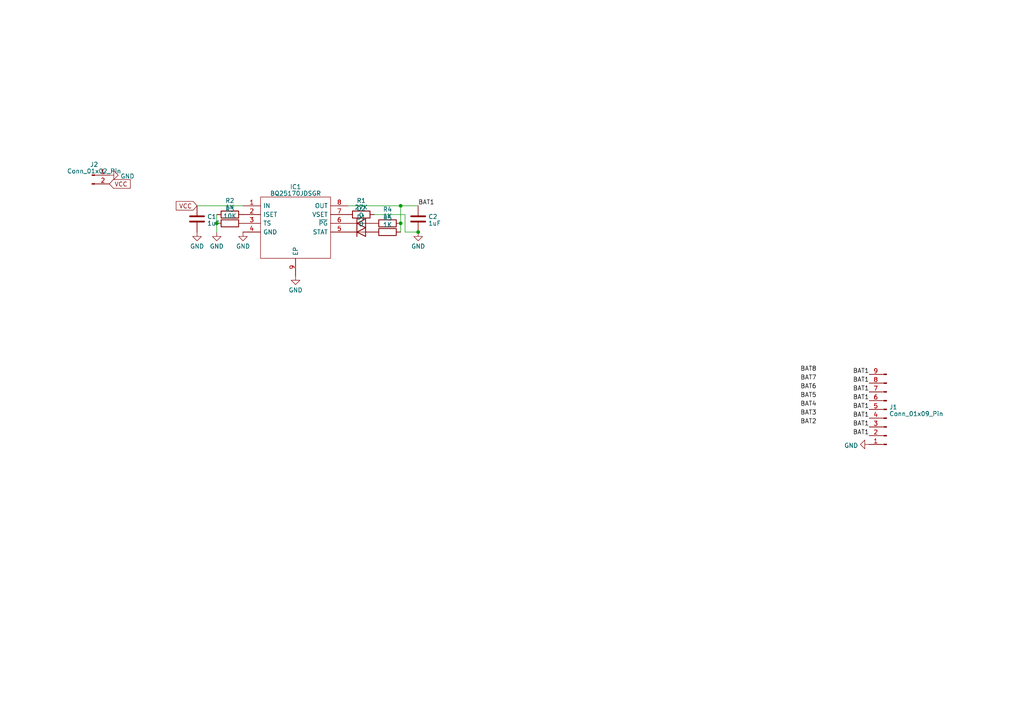
<source format=kicad_sch>
(kicad_sch (version 20230121) (generator eeschema)

  (uuid baef157d-f793-4c14-9aa6-65812a8a19fe)

  (paper "A4")

  (lib_symbols
    (symbol "Connector:Conn_01x02_Pin" (pin_names (offset 1.016) hide) (in_bom yes) (on_board yes)
      (property "Reference" "J" (at 0 2.54 0)
        (effects (font (size 1.27 1.27)))
      )
      (property "Value" "Conn_01x02_Pin" (at 0 -5.08 0)
        (effects (font (size 1.27 1.27)))
      )
      (property "Footprint" "" (at 0 0 0)
        (effects (font (size 1.27 1.27)) hide)
      )
      (property "Datasheet" "~" (at 0 0 0)
        (effects (font (size 1.27 1.27)) hide)
      )
      (property "ki_locked" "" (at 0 0 0)
        (effects (font (size 1.27 1.27)))
      )
      (property "ki_keywords" "connector" (at 0 0 0)
        (effects (font (size 1.27 1.27)) hide)
      )
      (property "ki_description" "Generic connector, single row, 01x02, script generated" (at 0 0 0)
        (effects (font (size 1.27 1.27)) hide)
      )
      (property "ki_fp_filters" "Connector*:*_1x??_*" (at 0 0 0)
        (effects (font (size 1.27 1.27)) hide)
      )
      (symbol "Conn_01x02_Pin_1_1"
        (polyline
          (pts
            (xy 1.27 -2.54)
            (xy 0.8636 -2.54)
          )
          (stroke (width 0.1524) (type default))
          (fill (type none))
        )
        (polyline
          (pts
            (xy 1.27 0)
            (xy 0.8636 0)
          )
          (stroke (width 0.1524) (type default))
          (fill (type none))
        )
        (rectangle (start 0.8636 -2.413) (end 0 -2.667)
          (stroke (width 0.1524) (type default))
          (fill (type outline))
        )
        (rectangle (start 0.8636 0.127) (end 0 -0.127)
          (stroke (width 0.1524) (type default))
          (fill (type outline))
        )
        (pin passive line (at 5.08 0 180) (length 3.81)
          (name "Pin_1" (effects (font (size 1.27 1.27))))
          (number "1" (effects (font (size 1.27 1.27))))
        )
        (pin passive line (at 5.08 -2.54 180) (length 3.81)
          (name "Pin_2" (effects (font (size 1.27 1.27))))
          (number "2" (effects (font (size 1.27 1.27))))
        )
      )
    )
    (symbol "Connector:Conn_01x09_Pin" (pin_names (offset 1.016) hide) (in_bom yes) (on_board yes)
      (property "Reference" "J" (at 0 12.7 0)
        (effects (font (size 1.27 1.27)))
      )
      (property "Value" "Conn_01x09_Pin" (at 0 -12.7 0)
        (effects (font (size 1.27 1.27)))
      )
      (property "Footprint" "" (at 0 0 0)
        (effects (font (size 1.27 1.27)) hide)
      )
      (property "Datasheet" "~" (at 0 0 0)
        (effects (font (size 1.27 1.27)) hide)
      )
      (property "ki_locked" "" (at 0 0 0)
        (effects (font (size 1.27 1.27)))
      )
      (property "ki_keywords" "connector" (at 0 0 0)
        (effects (font (size 1.27 1.27)) hide)
      )
      (property "ki_description" "Generic connector, single row, 01x09, script generated" (at 0 0 0)
        (effects (font (size 1.27 1.27)) hide)
      )
      (property "ki_fp_filters" "Connector*:*_1x??_*" (at 0 0 0)
        (effects (font (size 1.27 1.27)) hide)
      )
      (symbol "Conn_01x09_Pin_1_1"
        (polyline
          (pts
            (xy 1.27 -10.16)
            (xy 0.8636 -10.16)
          )
          (stroke (width 0.1524) (type default))
          (fill (type none))
        )
        (polyline
          (pts
            (xy 1.27 -7.62)
            (xy 0.8636 -7.62)
          )
          (stroke (width 0.1524) (type default))
          (fill (type none))
        )
        (polyline
          (pts
            (xy 1.27 -5.08)
            (xy 0.8636 -5.08)
          )
          (stroke (width 0.1524) (type default))
          (fill (type none))
        )
        (polyline
          (pts
            (xy 1.27 -2.54)
            (xy 0.8636 -2.54)
          )
          (stroke (width 0.1524) (type default))
          (fill (type none))
        )
        (polyline
          (pts
            (xy 1.27 0)
            (xy 0.8636 0)
          )
          (stroke (width 0.1524) (type default))
          (fill (type none))
        )
        (polyline
          (pts
            (xy 1.27 2.54)
            (xy 0.8636 2.54)
          )
          (stroke (width 0.1524) (type default))
          (fill (type none))
        )
        (polyline
          (pts
            (xy 1.27 5.08)
            (xy 0.8636 5.08)
          )
          (stroke (width 0.1524) (type default))
          (fill (type none))
        )
        (polyline
          (pts
            (xy 1.27 7.62)
            (xy 0.8636 7.62)
          )
          (stroke (width 0.1524) (type default))
          (fill (type none))
        )
        (polyline
          (pts
            (xy 1.27 10.16)
            (xy 0.8636 10.16)
          )
          (stroke (width 0.1524) (type default))
          (fill (type none))
        )
        (rectangle (start 0.8636 -10.033) (end 0 -10.287)
          (stroke (width 0.1524) (type default))
          (fill (type outline))
        )
        (rectangle (start 0.8636 -7.493) (end 0 -7.747)
          (stroke (width 0.1524) (type default))
          (fill (type outline))
        )
        (rectangle (start 0.8636 -4.953) (end 0 -5.207)
          (stroke (width 0.1524) (type default))
          (fill (type outline))
        )
        (rectangle (start 0.8636 -2.413) (end 0 -2.667)
          (stroke (width 0.1524) (type default))
          (fill (type outline))
        )
        (rectangle (start 0.8636 0.127) (end 0 -0.127)
          (stroke (width 0.1524) (type default))
          (fill (type outline))
        )
        (rectangle (start 0.8636 2.667) (end 0 2.413)
          (stroke (width 0.1524) (type default))
          (fill (type outline))
        )
        (rectangle (start 0.8636 5.207) (end 0 4.953)
          (stroke (width 0.1524) (type default))
          (fill (type outline))
        )
        (rectangle (start 0.8636 7.747) (end 0 7.493)
          (stroke (width 0.1524) (type default))
          (fill (type outline))
        )
        (rectangle (start 0.8636 10.287) (end 0 10.033)
          (stroke (width 0.1524) (type default))
          (fill (type outline))
        )
        (pin passive line (at 5.08 10.16 180) (length 3.81)
          (name "Pin_1" (effects (font (size 1.27 1.27))))
          (number "1" (effects (font (size 1.27 1.27))))
        )
        (pin passive line (at 5.08 7.62 180) (length 3.81)
          (name "Pin_2" (effects (font (size 1.27 1.27))))
          (number "2" (effects (font (size 1.27 1.27))))
        )
        (pin passive line (at 5.08 5.08 180) (length 3.81)
          (name "Pin_3" (effects (font (size 1.27 1.27))))
          (number "3" (effects (font (size 1.27 1.27))))
        )
        (pin passive line (at 5.08 2.54 180) (length 3.81)
          (name "Pin_4" (effects (font (size 1.27 1.27))))
          (number "4" (effects (font (size 1.27 1.27))))
        )
        (pin passive line (at 5.08 0 180) (length 3.81)
          (name "Pin_5" (effects (font (size 1.27 1.27))))
          (number "5" (effects (font (size 1.27 1.27))))
        )
        (pin passive line (at 5.08 -2.54 180) (length 3.81)
          (name "Pin_6" (effects (font (size 1.27 1.27))))
          (number "6" (effects (font (size 1.27 1.27))))
        )
        (pin passive line (at 5.08 -5.08 180) (length 3.81)
          (name "Pin_7" (effects (font (size 1.27 1.27))))
          (number "7" (effects (font (size 1.27 1.27))))
        )
        (pin passive line (at 5.08 -7.62 180) (length 3.81)
          (name "Pin_8" (effects (font (size 1.27 1.27))))
          (number "8" (effects (font (size 1.27 1.27))))
        )
        (pin passive line (at 5.08 -10.16 180) (length 3.81)
          (name "Pin_9" (effects (font (size 1.27 1.27))))
          (number "9" (effects (font (size 1.27 1.27))))
        )
      )
    )
    (symbol "Device:C" (pin_numbers hide) (pin_names (offset 0.254)) (in_bom yes) (on_board yes)
      (property "Reference" "C" (at 0.635 2.54 0)
        (effects (font (size 1.27 1.27)) (justify left))
      )
      (property "Value" "C" (at 0.635 -2.54 0)
        (effects (font (size 1.27 1.27)) (justify left))
      )
      (property "Footprint" "" (at 0.9652 -3.81 0)
        (effects (font (size 1.27 1.27)) hide)
      )
      (property "Datasheet" "~" (at 0 0 0)
        (effects (font (size 1.27 1.27)) hide)
      )
      (property "ki_keywords" "cap capacitor" (at 0 0 0)
        (effects (font (size 1.27 1.27)) hide)
      )
      (property "ki_description" "Unpolarized capacitor" (at 0 0 0)
        (effects (font (size 1.27 1.27)) hide)
      )
      (property "ki_fp_filters" "C_*" (at 0 0 0)
        (effects (font (size 1.27 1.27)) hide)
      )
      (symbol "C_0_1"
        (polyline
          (pts
            (xy -2.032 -0.762)
            (xy 2.032 -0.762)
          )
          (stroke (width 0.508) (type default))
          (fill (type none))
        )
        (polyline
          (pts
            (xy -2.032 0.762)
            (xy 2.032 0.762)
          )
          (stroke (width 0.508) (type default))
          (fill (type none))
        )
      )
      (symbol "C_1_1"
        (pin passive line (at 0 3.81 270) (length 2.794)
          (name "~" (effects (font (size 1.27 1.27))))
          (number "1" (effects (font (size 1.27 1.27))))
        )
        (pin passive line (at 0 -3.81 90) (length 2.794)
          (name "~" (effects (font (size 1.27 1.27))))
          (number "2" (effects (font (size 1.27 1.27))))
        )
      )
    )
    (symbol "Device:D" (pin_numbers hide) (pin_names (offset 1.016) hide) (in_bom yes) (on_board yes)
      (property "Reference" "D" (at 0 2.54 0)
        (effects (font (size 1.27 1.27)))
      )
      (property "Value" "D" (at 0 -2.54 0)
        (effects (font (size 1.27 1.27)))
      )
      (property "Footprint" "" (at 0 0 0)
        (effects (font (size 1.27 1.27)) hide)
      )
      (property "Datasheet" "~" (at 0 0 0)
        (effects (font (size 1.27 1.27)) hide)
      )
      (property "Sim.Device" "D" (at 0 0 0)
        (effects (font (size 1.27 1.27)) hide)
      )
      (property "Sim.Pins" "1=K 2=A" (at 0 0 0)
        (effects (font (size 1.27 1.27)) hide)
      )
      (property "ki_keywords" "diode" (at 0 0 0)
        (effects (font (size 1.27 1.27)) hide)
      )
      (property "ki_description" "Diode" (at 0 0 0)
        (effects (font (size 1.27 1.27)) hide)
      )
      (property "ki_fp_filters" "TO-???* *_Diode_* *SingleDiode* D_*" (at 0 0 0)
        (effects (font (size 1.27 1.27)) hide)
      )
      (symbol "D_0_1"
        (polyline
          (pts
            (xy -1.27 1.27)
            (xy -1.27 -1.27)
          )
          (stroke (width 0.254) (type default))
          (fill (type none))
        )
        (polyline
          (pts
            (xy 1.27 0)
            (xy -1.27 0)
          )
          (stroke (width 0) (type default))
          (fill (type none))
        )
        (polyline
          (pts
            (xy 1.27 1.27)
            (xy 1.27 -1.27)
            (xy -1.27 0)
            (xy 1.27 1.27)
          )
          (stroke (width 0.254) (type default))
          (fill (type none))
        )
      )
      (symbol "D_1_1"
        (pin passive line (at -3.81 0 0) (length 2.54)
          (name "K" (effects (font (size 1.27 1.27))))
          (number "1" (effects (font (size 1.27 1.27))))
        )
        (pin passive line (at 3.81 0 180) (length 2.54)
          (name "A" (effects (font (size 1.27 1.27))))
          (number "2" (effects (font (size 1.27 1.27))))
        )
      )
    )
    (symbol "Device:R" (pin_numbers hide) (pin_names (offset 0)) (in_bom yes) (on_board yes)
      (property "Reference" "R" (at 2.032 0 90)
        (effects (font (size 1.27 1.27)))
      )
      (property "Value" "R" (at 0 0 90)
        (effects (font (size 1.27 1.27)))
      )
      (property "Footprint" "" (at -1.778 0 90)
        (effects (font (size 1.27 1.27)) hide)
      )
      (property "Datasheet" "~" (at 0 0 0)
        (effects (font (size 1.27 1.27)) hide)
      )
      (property "ki_keywords" "R res resistor" (at 0 0 0)
        (effects (font (size 1.27 1.27)) hide)
      )
      (property "ki_description" "Resistor" (at 0 0 0)
        (effects (font (size 1.27 1.27)) hide)
      )
      (property "ki_fp_filters" "R_*" (at 0 0 0)
        (effects (font (size 1.27 1.27)) hide)
      )
      (symbol "R_0_1"
        (rectangle (start -1.016 -2.54) (end 1.016 2.54)
          (stroke (width 0.254) (type default))
          (fill (type none))
        )
      )
      (symbol "R_1_1"
        (pin passive line (at 0 3.81 270) (length 1.27)
          (name "~" (effects (font (size 1.27 1.27))))
          (number "1" (effects (font (size 1.27 1.27))))
        )
        (pin passive line (at 0 -3.81 90) (length 1.27)
          (name "~" (effects (font (size 1.27 1.27))))
          (number "2" (effects (font (size 1.27 1.27))))
        )
      )
    )
    (symbol "SamacSys_Parts:BQ25170JDSGR" (pin_names (offset 0.762)) (in_bom yes) (on_board yes)
      (property "Reference" "IC" (at 26.67 7.62 0)
        (effects (font (size 1.27 1.27)) (justify left))
      )
      (property "Value" "BQ25170JDSGR" (at 26.67 5.08 0)
        (effects (font (size 1.27 1.27)) (justify left))
      )
      (property "Footprint" "SON50P200X200X80-9N" (at 26.67 2.54 0)
        (effects (font (size 1.27 1.27)) (justify left) hide)
      )
      (property "Datasheet" "https://www.ti.com/lit/ds/symlink/bq25170j.pdf?ts=1649696800811&ref_url=https%253A%252F%252Fwww.ti.com%252Fproduct%252FBQ25170J" (at 26.67 0 0)
        (effects (font (size 1.27 1.27)) (justify left) hide)
      )
      (property "Description" "Battery Management 800-mA JEITA-compliant linear battery charger for 1-cell Li-Ion and LiFePO4" (at 26.67 -2.54 0)
        (effects (font (size 1.27 1.27)) (justify left) hide)
      )
      (property "Height" "0.8" (at 26.67 -5.08 0)
        (effects (font (size 1.27 1.27)) (justify left) hide)
      )
      (property "Mouser Part Number" "595-BQ25170JDSGR" (at 26.67 -7.62 0)
        (effects (font (size 1.27 1.27)) (justify left) hide)
      )
      (property "Mouser Price/Stock" "https://www.mouser.co.uk/ProductDetail/Texas-Instruments/BQ25170JDSGR?qs=A6eO%252BMLsxmRHugWPcRNj7A%3D%3D" (at 26.67 -10.16 0)
        (effects (font (size 1.27 1.27)) (justify left) hide)
      )
      (property "Manufacturer_Name" "Texas Instruments" (at 26.67 -12.7 0)
        (effects (font (size 1.27 1.27)) (justify left) hide)
      )
      (property "Manufacturer_Part_Number" "BQ25170JDSGR" (at 26.67 -15.24 0)
        (effects (font (size 1.27 1.27)) (justify left) hide)
      )
      (symbol "BQ25170JDSGR_0_0"
        (pin passive line (at 0 0 0) (length 5.08)
          (name "IN" (effects (font (size 1.27 1.27))))
          (number "1" (effects (font (size 1.27 1.27))))
        )
        (pin passive line (at 0 -2.54 0) (length 5.08)
          (name "ISET" (effects (font (size 1.27 1.27))))
          (number "2" (effects (font (size 1.27 1.27))))
        )
        (pin passive line (at 0 -5.08 0) (length 5.08)
          (name "TS" (effects (font (size 1.27 1.27))))
          (number "3" (effects (font (size 1.27 1.27))))
        )
        (pin passive line (at 0 -7.62 0) (length 5.08)
          (name "GND" (effects (font (size 1.27 1.27))))
          (number "4" (effects (font (size 1.27 1.27))))
        )
        (pin passive line (at 30.48 -7.62 180) (length 5.08)
          (name "STAT" (effects (font (size 1.27 1.27))))
          (number "5" (effects (font (size 1.27 1.27))))
        )
        (pin passive line (at 30.48 -5.08 180) (length 5.08)
          (name "~{PG}" (effects (font (size 1.27 1.27))))
          (number "6" (effects (font (size 1.27 1.27))))
        )
        (pin passive line (at 30.48 -2.54 180) (length 5.08)
          (name "VSET" (effects (font (size 1.27 1.27))))
          (number "7" (effects (font (size 1.27 1.27))))
        )
        (pin passive line (at 30.48 0 180) (length 5.08)
          (name "OUT" (effects (font (size 1.27 1.27))))
          (number "8" (effects (font (size 1.27 1.27))))
        )
        (pin passive line (at 15.24 -20.32 90) (length 5.08)
          (name "EP" (effects (font (size 1.27 1.27))))
          (number "9" (effects (font (size 1.27 1.27))))
        )
      )
      (symbol "BQ25170JDSGR_0_1"
        (polyline
          (pts
            (xy 5.08 2.54)
            (xy 25.4 2.54)
            (xy 25.4 -15.24)
            (xy 5.08 -15.24)
            (xy 5.08 2.54)
          )
          (stroke (width 0.1524) (type solid))
          (fill (type none))
        )
      )
    )
    (symbol "power:GND" (power) (pin_names (offset 0)) (in_bom yes) (on_board yes)
      (property "Reference" "#PWR" (at 0 -6.35 0)
        (effects (font (size 1.27 1.27)) hide)
      )
      (property "Value" "GND" (at 0 -3.81 0)
        (effects (font (size 1.27 1.27)))
      )
      (property "Footprint" "" (at 0 0 0)
        (effects (font (size 1.27 1.27)) hide)
      )
      (property "Datasheet" "" (at 0 0 0)
        (effects (font (size 1.27 1.27)) hide)
      )
      (property "ki_keywords" "global power" (at 0 0 0)
        (effects (font (size 1.27 1.27)) hide)
      )
      (property "ki_description" "Power symbol creates a global label with name \"GND\" , ground" (at 0 0 0)
        (effects (font (size 1.27 1.27)) hide)
      )
      (symbol "GND_0_1"
        (polyline
          (pts
            (xy 0 0)
            (xy 0 -1.27)
            (xy 1.27 -1.27)
            (xy 0 -2.54)
            (xy -1.27 -1.27)
            (xy 0 -1.27)
          )
          (stroke (width 0) (type default))
          (fill (type none))
        )
      )
      (symbol "GND_1_1"
        (pin power_in line (at 0 0 270) (length 0) hide
          (name "GND" (effects (font (size 1.27 1.27))))
          (number "1" (effects (font (size 1.27 1.27))))
        )
      )
    )
  )

  (junction (at 62.865 64.77) (diameter 0) (color 0 0 0 0)
    (uuid 044e79e7-b4ce-48d3-bbcd-a2defb64d073)
  )
  (junction (at 116.205 59.69) (diameter 0) (color 0 0 0 0)
    (uuid 220129ca-16a8-492e-abfa-abc7a811515f)
  )
  (junction (at 121.285 67.31) (diameter 0) (color 0 0 0 0)
    (uuid c3b28d33-1fb0-439f-81d4-83acec58c2ac)
  )
  (junction (at 116.205 64.77) (diameter 0) (color 0 0 0 0)
    (uuid e6b025cd-1891-4ec9-84b5-699bb79a17cf)
  )

  (wire (pts (xy 62.865 62.23) (xy 62.865 64.77))
    (stroke (width 0) (type default))
    (uuid 20d6fab0-ec54-41aa-9eb6-98cc9e2aebef)
  )
  (wire (pts (xy 100.965 59.69) (xy 116.205 59.69))
    (stroke (width 0) (type default))
    (uuid 434f2fb5-d567-4985-9b58-ef2cd0fbd5e2)
  )
  (wire (pts (xy 121.285 67.31) (xy 117.475 67.31))
    (stroke (width 0) (type default))
    (uuid 50f3c451-51f2-4122-9bbe-e178b6595f8b)
  )
  (wire (pts (xy 117.475 67.31) (xy 117.475 62.23))
    (stroke (width 0) (type default))
    (uuid 6ab3db6d-8709-4821-ab95-27ed33def9c6)
  )
  (wire (pts (xy 116.205 59.69) (xy 121.285 59.69))
    (stroke (width 0) (type default))
    (uuid 7389f196-4822-4fd5-8b77-05449e77a5fb)
  )
  (wire (pts (xy 116.205 59.69) (xy 116.205 64.77))
    (stroke (width 0) (type default))
    (uuid 85f42769-29e3-462d-ad66-10c3fca274d7)
  )
  (wire (pts (xy 108.585 62.23) (xy 117.475 62.23))
    (stroke (width 0) (type default))
    (uuid 9061486a-4318-407c-8b9f-b820aa39cfa6)
  )
  (wire (pts (xy 62.865 64.77) (xy 62.865 67.31))
    (stroke (width 0) (type default))
    (uuid b0a1afd7-f4fa-46c2-957d-be538f2d2962)
  )
  (wire (pts (xy 116.205 64.77) (xy 116.205 67.31))
    (stroke (width 0) (type default))
    (uuid b4326508-2819-4646-a1a8-f67f9108bda0)
  )
  (wire (pts (xy 57.15 59.69) (xy 70.485 59.69))
    (stroke (width 0) (type default))
    (uuid be54c719-a7d2-449b-8f1e-96ae801fad4c)
  )

  (label "BAT7" (at 236.855 110.49 180) (fields_autoplaced)
    (effects (font (size 1.27 1.27)) (justify right bottom))
    (uuid 05d46e68-84de-4790-bf92-35fe0a0e23e0)
  )
  (label "BAT5" (at 236.855 115.57 180) (fields_autoplaced)
    (effects (font (size 1.27 1.27)) (justify right bottom))
    (uuid 0b6c988e-b56a-4bac-b1dc-c72007623c78)
  )
  (label "BAT1" (at 252.095 118.745 180) (fields_autoplaced)
    (effects (font (size 1.27 1.27)) (justify right bottom))
    (uuid 0da198ee-5b31-41ef-a04c-f3393b6751f0)
  )
  (label "BAT1" (at 252.095 108.585 180) (fields_autoplaced)
    (effects (font (size 1.27 1.27)) (justify right bottom))
    (uuid 1bf1d7b3-c831-426d-975e-12ad71546e32)
  )
  (label "BAT1" (at 252.095 123.825 180) (fields_autoplaced)
    (effects (font (size 1.27 1.27)) (justify right bottom))
    (uuid 1c1f4db5-2b29-49a9-808d-781c45b9475c)
  )
  (label "BAT1" (at 252.095 113.665 180) (fields_autoplaced)
    (effects (font (size 1.27 1.27)) (justify right bottom))
    (uuid 244e3e13-1bb4-453a-ba83-a4f91cf65206)
  )
  (label "BAT1" (at 252.095 121.285 180) (fields_autoplaced)
    (effects (font (size 1.27 1.27)) (justify right bottom))
    (uuid 362835d6-bdc3-4e05-aa62-4c90eb3885ca)
  )
  (label "BAT1" (at 121.285 59.69 0) (fields_autoplaced)
    (effects (font (size 1.27 1.27)) (justify left bottom))
    (uuid 384bf602-991b-400b-97ba-3b8b37975cb9)
  )
  (label "BAT1" (at 252.095 126.365 180) (fields_autoplaced)
    (effects (font (size 1.27 1.27)) (justify right bottom))
    (uuid 3b791486-8587-4087-a330-b283242b22c1)
  )
  (label "BAT4" (at 236.855 118.11 180) (fields_autoplaced)
    (effects (font (size 1.27 1.27)) (justify right bottom))
    (uuid 4db0f0c8-f720-4cbd-8d42-e44fc0b44480)
  )
  (label "BAT8" (at 236.855 107.95 180) (fields_autoplaced)
    (effects (font (size 1.27 1.27)) (justify right bottom))
    (uuid 7f0d3861-5cc5-4f36-8263-ccf40929fdc8)
  )
  (label "BAT2" (at 236.855 123.19 180) (fields_autoplaced)
    (effects (font (size 1.27 1.27)) (justify right bottom))
    (uuid 8880e3ba-6910-4802-a7dd-b57b24836df5)
  )
  (label "BAT3" (at 236.855 120.65 180) (fields_autoplaced)
    (effects (font (size 1.27 1.27)) (justify right bottom))
    (uuid 946e905c-6a13-4251-922f-6356fdb2abc1)
  )
  (label "BAT1" (at 252.095 116.205 180) (fields_autoplaced)
    (effects (font (size 1.27 1.27)) (justify right bottom))
    (uuid e2c783d3-ad32-4f35-b14d-8a349e437bc5)
  )
  (label "BAT6" (at 236.855 113.03 180) (fields_autoplaced)
    (effects (font (size 1.27 1.27)) (justify right bottom))
    (uuid f555e79e-793e-4a0c-a642-003138d989c1)
  )
  (label "BAT1" (at 252.095 111.125 180) (fields_autoplaced)
    (effects (font (size 1.27 1.27)) (justify right bottom))
    (uuid f647dae6-7b76-47f6-8133-796b42286b5c)
  )

  (global_label "VCC" (shape input) (at 31.75 53.34 0) (fields_autoplaced)
    (effects (font (size 1.27 1.27)) (justify left))
    (uuid 27ed5d7d-d082-472c-9d18-8bd818b9752a)
    (property "Intersheetrefs" "${INTERSHEET_REFS}" (at 38.2844 53.34 0)
      (effects (font (size 1.27 1.27)) (justify left) hide)
    )
  )
  (global_label "VCC" (shape input) (at 57.15 59.69 180) (fields_autoplaced)
    (effects (font (size 1.27 1.27)) (justify right))
    (uuid d4dd28f7-e513-4f23-949d-be28ccae628f)
    (property "Intersheetrefs" "${INTERSHEET_REFS}" (at 50.6156 59.69 0)
      (effects (font (size 1.27 1.27)) (justify right) hide)
    )
  )

  (symbol (lib_id "power:GND") (at 252.095 128.905 270) (unit 1)
    (in_bom yes) (on_board yes) (dnp no) (fields_autoplaced)
    (uuid 0addcb29-87d8-4e0e-851b-4770c96c8e9f)
    (property "Reference" "#PWR08" (at 245.745 128.905 0)
      (effects (font (size 1.27 1.27)) hide)
    )
    (property "Value" "GND" (at 248.9201 129.2218 90)
      (effects (font (size 1.27 1.27)) (justify right))
    )
    (property "Footprint" "" (at 252.095 128.905 0)
      (effects (font (size 1.27 1.27)) hide)
    )
    (property "Datasheet" "" (at 252.095 128.905 0)
      (effects (font (size 1.27 1.27)) hide)
    )
    (pin "1" (uuid ee0acffa-6aed-40b5-a9a8-831c1774ecbb))
    (instances
      (project "slimenrfdock"
        (path "/baef157d-f793-4c14-9aa6-65812a8a19fe"
          (reference "#PWR08") (unit 1)
        )
      )
    )
  )

  (symbol (lib_id "power:GND") (at 121.285 67.31 0) (unit 1)
    (in_bom yes) (on_board yes) (dnp no) (fields_autoplaced)
    (uuid 23db0b86-4075-48d6-9dba-b7fcd49190d0)
    (property "Reference" "#PWR06" (at 121.285 73.66 0)
      (effects (font (size 1.27 1.27)) hide)
    )
    (property "Value" "GND" (at 121.285 71.4455 0)
      (effects (font (size 1.27 1.27)))
    )
    (property "Footprint" "" (at 121.285 67.31 0)
      (effects (font (size 1.27 1.27)) hide)
    )
    (property "Datasheet" "" (at 121.285 67.31 0)
      (effects (font (size 1.27 1.27)) hide)
    )
    (pin "1" (uuid 9d8e443f-a839-4a0f-a177-2390d3e6bad8))
    (instances
      (project "slimenrfdock"
        (path "/baef157d-f793-4c14-9aa6-65812a8a19fe"
          (reference "#PWR06") (unit 1)
        )
      )
    )
  )

  (symbol (lib_id "power:GND") (at 31.75 50.8 90) (unit 1)
    (in_bom yes) (on_board yes) (dnp no) (fields_autoplaced)
    (uuid 36a46a9b-4727-4744-85dc-5653f88b67d3)
    (property "Reference" "#PWR07" (at 38.1 50.8 0)
      (effects (font (size 1.27 1.27)) hide)
    )
    (property "Value" "GND" (at 34.925 51.1168 90)
      (effects (font (size 1.27 1.27)) (justify right))
    )
    (property "Footprint" "" (at 31.75 50.8 0)
      (effects (font (size 1.27 1.27)) hide)
    )
    (property "Datasheet" "" (at 31.75 50.8 0)
      (effects (font (size 1.27 1.27)) hide)
    )
    (pin "1" (uuid 07665f1c-82e3-4f9c-890f-7d089460fad2))
    (instances
      (project "slimenrfdock"
        (path "/baef157d-f793-4c14-9aa6-65812a8a19fe"
          (reference "#PWR07") (unit 1)
        )
      )
    )
  )

  (symbol (lib_id "power:GND") (at 70.485 67.31 0) (unit 1)
    (in_bom yes) (on_board yes) (dnp no) (fields_autoplaced)
    (uuid 3a350283-bf0a-4877-8d63-d3355a2ea179)
    (property "Reference" "#PWR03" (at 70.485 73.66 0)
      (effects (font (size 1.27 1.27)) hide)
    )
    (property "Value" "GND" (at 70.485 71.4455 0)
      (effects (font (size 1.27 1.27)))
    )
    (property "Footprint" "" (at 70.485 67.31 0)
      (effects (font (size 1.27 1.27)) hide)
    )
    (property "Datasheet" "" (at 70.485 67.31 0)
      (effects (font (size 1.27 1.27)) hide)
    )
    (pin "1" (uuid e2cf6b54-c5c7-496f-9033-e964304f1919))
    (instances
      (project "slimenrfdock"
        (path "/baef157d-f793-4c14-9aa6-65812a8a19fe"
          (reference "#PWR03") (unit 1)
        )
      )
    )
  )

  (symbol (lib_id "SamacSys_Parts:BQ25170JDSGR") (at 70.485 59.69 0) (unit 1)
    (in_bom yes) (on_board yes) (dnp no) (fields_autoplaced)
    (uuid 3c32cee4-6e62-4c78-a8c3-77656d60bbc9)
    (property "Reference" "IC1" (at 85.725 54.1909 0)
      (effects (font (size 1.27 1.27)))
    )
    (property "Value" "BQ25170JDSGR" (at 85.725 56.1119 0)
      (effects (font (size 1.27 1.27)))
    )
    (property "Footprint" "SamacSys_Parts:SON50P200X200X80-9N" (at 97.155 57.15 0)
      (effects (font (size 1.27 1.27)) (justify left) hide)
    )
    (property "Datasheet" "https://www.ti.com/lit/ds/symlink/bq25170j.pdf?ts=1649696800811&ref_url=https%253A%252F%252Fwww.ti.com%252Fproduct%252FBQ25170J" (at 97.155 59.69 0)
      (effects (font (size 1.27 1.27)) (justify left) hide)
    )
    (property "Description" "Battery Management 800-mA JEITA-compliant linear battery charger for 1-cell Li-Ion and LiFePO4" (at 97.155 62.23 0)
      (effects (font (size 1.27 1.27)) (justify left) hide)
    )
    (property "Height" "0.8" (at 97.155 64.77 0)
      (effects (font (size 1.27 1.27)) (justify left) hide)
    )
    (property "Mouser Part Number" "595-BQ25170JDSGR" (at 97.155 67.31 0)
      (effects (font (size 1.27 1.27)) (justify left) hide)
    )
    (property "Mouser Price/Stock" "https://www.mouser.co.uk/ProductDetail/Texas-Instruments/BQ25170JDSGR?qs=A6eO%252BMLsxmRHugWPcRNj7A%3D%3D" (at 97.155 69.85 0)
      (effects (font (size 1.27 1.27)) (justify left) hide)
    )
    (property "Manufacturer_Name" "Texas Instruments" (at 97.155 72.39 0)
      (effects (font (size 1.27 1.27)) (justify left) hide)
    )
    (property "Manufacturer_Part_Number" "BQ25170JDSGR" (at 97.155 74.93 0)
      (effects (font (size 1.27 1.27)) (justify left) hide)
    )
    (pin "1" (uuid 374d9bee-5431-4d44-bd1f-dbc97e5c7fb6))
    (pin "2" (uuid eca87eb3-e565-488c-bedb-234acfdd5ab0))
    (pin "3" (uuid 88fce048-8135-4dee-a54f-d469f6ccfb48))
    (pin "4" (uuid b57647cd-9532-4249-9cce-24f3e62912fb))
    (pin "5" (uuid 53f185e9-3bd9-4960-888e-ad8037d89452))
    (pin "6" (uuid 9095bb39-7871-4d77-bd9f-47a4243fbee7))
    (pin "7" (uuid 5efdcff8-73ba-49de-add0-fb24e95f4766))
    (pin "8" (uuid 157ddcba-9ae3-46ed-8bd8-4a676340c40a))
    (pin "9" (uuid d192f7b9-88e0-413c-a418-63950bb03593))
    (instances
      (project "slimenrfdock"
        (path "/baef157d-f793-4c14-9aa6-65812a8a19fe"
          (reference "IC1") (unit 1)
        )
      )
    )
  )

  (symbol (lib_id "Device:R") (at 66.675 64.77 90) (unit 1)
    (in_bom yes) (on_board yes) (dnp no) (fields_autoplaced)
    (uuid 578dfaaf-63b4-49d2-b09f-3939ad8c1480)
    (property "Reference" "R3" (at 66.675 60.7441 90)
      (effects (font (size 1.27 1.27)))
    )
    (property "Value" "10K" (at 66.675 62.6651 90)
      (effects (font (size 1.27 1.27)))
    )
    (property "Footprint" "Resistor_SMD:R_0402_1005Metric" (at 66.675 66.548 90)
      (effects (font (size 1.27 1.27)) hide)
    )
    (property "Datasheet" "~" (at 66.675 64.77 0)
      (effects (font (size 1.27 1.27)) hide)
    )
    (pin "1" (uuid 7b66301f-ecae-4381-b7a5-49841c0891be))
    (pin "2" (uuid 7b20c678-e749-48a7-b380-effd1b6d87bf))
    (instances
      (project "slimenrfdock"
        (path "/baef157d-f793-4c14-9aa6-65812a8a19fe"
          (reference "R3") (unit 1)
        )
      )
    )
  )

  (symbol (lib_id "Device:C") (at 57.15 63.5 0) (unit 1)
    (in_bom yes) (on_board yes) (dnp no) (fields_autoplaced)
    (uuid 59afc81b-1e60-47e9-b12e-a20aaedd31bd)
    (property "Reference" "C1" (at 60.071 62.8563 0)
      (effects (font (size 1.27 1.27)) (justify left))
    )
    (property "Value" "1uF" (at 60.071 64.7773 0)
      (effects (font (size 1.27 1.27)) (justify left))
    )
    (property "Footprint" "Capacitor_SMD:C_0402_1005Metric" (at 58.1152 67.31 0)
      (effects (font (size 1.27 1.27)) hide)
    )
    (property "Datasheet" "~" (at 57.15 63.5 0)
      (effects (font (size 1.27 1.27)) hide)
    )
    (pin "1" (uuid efcd0572-8266-4aca-b1ce-9efe4b1c47e6))
    (pin "2" (uuid 3c0e0a99-6837-474d-b875-8e30f7d4ec54))
    (instances
      (project "slimenrfdock"
        (path "/baef157d-f793-4c14-9aa6-65812a8a19fe"
          (reference "C1") (unit 1)
        )
      )
    )
  )

  (symbol (lib_id "Device:D") (at 104.775 67.31 0) (unit 1)
    (in_bom yes) (on_board yes) (dnp no) (fields_autoplaced)
    (uuid 5e279669-1c76-4415-a169-9f8c1062f38a)
    (property "Reference" "D1" (at 104.775 63.0301 0)
      (effects (font (size 1.27 1.27)))
    )
    (property "Value" "D" (at 104.775 64.9511 0)
      (effects (font (size 1.27 1.27)))
    )
    (property "Footprint" "Diode_SMD:D_0603_1608Metric" (at 104.775 67.31 0)
      (effects (font (size 1.27 1.27)) hide)
    )
    (property "Datasheet" "~" (at 104.775 67.31 0)
      (effects (font (size 1.27 1.27)) hide)
    )
    (property "Sim.Device" "D" (at 104.775 67.31 0)
      (effects (font (size 1.27 1.27)) hide)
    )
    (property "Sim.Pins" "1=K 2=A" (at 104.775 67.31 0)
      (effects (font (size 1.27 1.27)) hide)
    )
    (pin "1" (uuid 79871104-7571-4ea1-8c38-1f9555e4cd63))
    (pin "2" (uuid 755f7c4c-bf2e-4680-ac4e-9b632600ca75))
    (instances
      (project "slimenrfdock"
        (path "/baef157d-f793-4c14-9aa6-65812a8a19fe"
          (reference "D1") (unit 1)
        )
      )
    )
  )

  (symbol (lib_id "power:GND") (at 85.725 80.01 0) (unit 1)
    (in_bom yes) (on_board yes) (dnp no) (fields_autoplaced)
    (uuid 6e2a28e4-caa2-4af1-bf5b-b41444cd710c)
    (property "Reference" "#PWR05" (at 85.725 86.36 0)
      (effects (font (size 1.27 1.27)) hide)
    )
    (property "Value" "GND" (at 85.725 84.1455 0)
      (effects (font (size 1.27 1.27)))
    )
    (property "Footprint" "" (at 85.725 80.01 0)
      (effects (font (size 1.27 1.27)) hide)
    )
    (property "Datasheet" "" (at 85.725 80.01 0)
      (effects (font (size 1.27 1.27)) hide)
    )
    (pin "1" (uuid 36fcbb18-41c6-43d7-8a47-5747e606c8ce))
    (instances
      (project "slimenrfdock"
        (path "/baef157d-f793-4c14-9aa6-65812a8a19fe"
          (reference "#PWR05") (unit 1)
        )
      )
    )
  )

  (symbol (lib_id "Device:R") (at 112.395 67.31 90) (unit 1)
    (in_bom yes) (on_board yes) (dnp no) (fields_autoplaced)
    (uuid 7314c71b-9889-4b5a-944a-c0f1a55e783e)
    (property "Reference" "R5" (at 112.395 63.2841 90)
      (effects (font (size 1.27 1.27)))
    )
    (property "Value" "1K" (at 112.395 65.2051 90)
      (effects (font (size 1.27 1.27)))
    )
    (property "Footprint" "Resistor_SMD:R_0402_1005Metric" (at 112.395 69.088 90)
      (effects (font (size 1.27 1.27)) hide)
    )
    (property "Datasheet" "~" (at 112.395 67.31 0)
      (effects (font (size 1.27 1.27)) hide)
    )
    (pin "1" (uuid 519b01a2-7f91-4b03-ba19-8fd55d35a2d4))
    (pin "2" (uuid 42d70418-afb5-4e1e-9a39-14e01ade82b7))
    (instances
      (project "slimenrfdock"
        (path "/baef157d-f793-4c14-9aa6-65812a8a19fe"
          (reference "R5") (unit 1)
        )
      )
    )
  )

  (symbol (lib_id "power:GND") (at 57.15 67.31 0) (unit 1)
    (in_bom yes) (on_board yes) (dnp no) (fields_autoplaced)
    (uuid 74ddd94e-e629-45dc-9452-13b66d7e7406)
    (property "Reference" "#PWR04" (at 57.15 73.66 0)
      (effects (font (size 1.27 1.27)) hide)
    )
    (property "Value" "GND" (at 57.15 71.4455 0)
      (effects (font (size 1.27 1.27)))
    )
    (property "Footprint" "" (at 57.15 67.31 0)
      (effects (font (size 1.27 1.27)) hide)
    )
    (property "Datasheet" "" (at 57.15 67.31 0)
      (effects (font (size 1.27 1.27)) hide)
    )
    (pin "1" (uuid f019294f-0056-4e99-9e13-2f2476ac06b8))
    (instances
      (project "slimenrfdock"
        (path "/baef157d-f793-4c14-9aa6-65812a8a19fe"
          (reference "#PWR04") (unit 1)
        )
      )
    )
  )

  (symbol (lib_id "Connector:Conn_01x09_Pin") (at 257.175 118.745 180) (unit 1)
    (in_bom yes) (on_board yes) (dnp no) (fields_autoplaced)
    (uuid a1bc35de-351b-4996-bf83-e58a3ecc8dda)
    (property "Reference" "J1" (at 257.8862 118.1013 0)
      (effects (font (size 1.27 1.27)) (justify right))
    )
    (property "Value" "Conn_01x09_Pin" (at 257.8862 120.0223 0)
      (effects (font (size 1.27 1.27)) (justify right))
    )
    (property "Footprint" "Connector_PinHeader_2.54mm:PinHeader_1x09_P2.54mm_Vertical" (at 257.175 118.745 0)
      (effects (font (size 1.27 1.27)) hide)
    )
    (property "Datasheet" "~" (at 257.175 118.745 0)
      (effects (font (size 1.27 1.27)) hide)
    )
    (pin "1" (uuid 01d3f210-74be-4fef-8912-633df6deed6c))
    (pin "2" (uuid 403d3692-8f90-41b8-b9dd-ac8897d78f8d))
    (pin "3" (uuid 8da27789-4409-44e8-af40-1f7fce2d3bcf))
    (pin "4" (uuid 07204054-34e7-4310-9e29-07e8bf2e4d26))
    (pin "5" (uuid b56bbd0d-bfe3-4d96-a3cc-807b1272b146))
    (pin "6" (uuid a466a6ce-df6a-4fa7-b8f5-ae6c5bfca557))
    (pin "7" (uuid a3743905-9904-4060-8a4b-5ebd47833f42))
    (pin "8" (uuid d0816de0-dbb9-4f6d-9a83-510cd7710a05))
    (pin "9" (uuid a7667814-4c33-4f1d-b0b6-1c98f01eed77))
    (instances
      (project "slimenrfdock"
        (path "/baef157d-f793-4c14-9aa6-65812a8a19fe"
          (reference "J1") (unit 1)
        )
      )
    )
  )

  (symbol (lib_id "power:GND") (at 62.865 67.31 0) (unit 1)
    (in_bom yes) (on_board yes) (dnp no) (fields_autoplaced)
    (uuid a645ef8f-30a9-4514-9824-ad5771703e9f)
    (property "Reference" "#PWR02" (at 62.865 73.66 0)
      (effects (font (size 1.27 1.27)) hide)
    )
    (property "Value" "GND" (at 62.865 71.4455 0)
      (effects (font (size 1.27 1.27)))
    )
    (property "Footprint" "" (at 62.865 67.31 0)
      (effects (font (size 1.27 1.27)) hide)
    )
    (property "Datasheet" "" (at 62.865 67.31 0)
      (effects (font (size 1.27 1.27)) hide)
    )
    (pin "1" (uuid fac47c9d-0f70-424c-af53-2ed3c0f35b35))
    (instances
      (project "slimenrfdock"
        (path "/baef157d-f793-4c14-9aa6-65812a8a19fe"
          (reference "#PWR02") (unit 1)
        )
      )
    )
  )

  (symbol (lib_id "Device:R") (at 112.395 64.77 90) (unit 1)
    (in_bom yes) (on_board yes) (dnp no) (fields_autoplaced)
    (uuid b31d3644-c42c-458f-80b5-5ea8e304cf60)
    (property "Reference" "R4" (at 112.395 60.7441 90)
      (effects (font (size 1.27 1.27)))
    )
    (property "Value" "1K" (at 112.395 62.6651 90)
      (effects (font (size 1.27 1.27)))
    )
    (property "Footprint" "Resistor_SMD:R_0402_1005Metric" (at 112.395 66.548 90)
      (effects (font (size 1.27 1.27)) hide)
    )
    (property "Datasheet" "~" (at 112.395 64.77 0)
      (effects (font (size 1.27 1.27)) hide)
    )
    (pin "1" (uuid f3acc43b-1141-47f6-935a-dbffa5765c8f))
    (pin "2" (uuid 3961eafb-8ff2-42c0-bd81-128e9da50ca7))
    (instances
      (project "slimenrfdock"
        (path "/baef157d-f793-4c14-9aa6-65812a8a19fe"
          (reference "R4") (unit 1)
        )
      )
    )
  )

  (symbol (lib_id "Device:R") (at 66.675 62.23 90) (unit 1)
    (in_bom yes) (on_board yes) (dnp no) (fields_autoplaced)
    (uuid c1bd9c4c-abfb-4ed6-9a23-c4c12675e5c7)
    (property "Reference" "R2" (at 66.675 58.2041 90)
      (effects (font (size 1.27 1.27)))
    )
    (property "Value" "1K" (at 66.675 60.1251 90)
      (effects (font (size 1.27 1.27)))
    )
    (property "Footprint" "Resistor_SMD:R_0402_1005Metric" (at 66.675 64.008 90)
      (effects (font (size 1.27 1.27)) hide)
    )
    (property "Datasheet" "~" (at 66.675 62.23 0)
      (effects (font (size 1.27 1.27)) hide)
    )
    (pin "1" (uuid 4a2229fe-da1d-49c6-8814-42e5afe7799e))
    (pin "2" (uuid 7d1f9fcb-5bbb-48d6-933e-ea44f2bb2c31))
    (instances
      (project "slimenrfdock"
        (path "/baef157d-f793-4c14-9aa6-65812a8a19fe"
          (reference "R2") (unit 1)
        )
      )
    )
  )

  (symbol (lib_id "Device:C") (at 121.285 63.5 0) (unit 1)
    (in_bom yes) (on_board yes) (dnp no) (fields_autoplaced)
    (uuid e3154c37-0e4a-49fc-a7b3-75e5043398c6)
    (property "Reference" "C2" (at 124.206 62.8563 0)
      (effects (font (size 1.27 1.27)) (justify left))
    )
    (property "Value" "1uF" (at 124.206 64.7773 0)
      (effects (font (size 1.27 1.27)) (justify left))
    )
    (property "Footprint" "Capacitor_SMD:C_0402_1005Metric" (at 122.2502 67.31 0)
      (effects (font (size 1.27 1.27)) hide)
    )
    (property "Datasheet" "~" (at 121.285 63.5 0)
      (effects (font (size 1.27 1.27)) hide)
    )
    (pin "1" (uuid 1007e1c4-8c4f-4fe3-9703-10b4652ccfcb))
    (pin "2" (uuid eb9edf11-d095-4e98-a3d8-3e36e1e1283f))
    (instances
      (project "slimenrfdock"
        (path "/baef157d-f793-4c14-9aa6-65812a8a19fe"
          (reference "C2") (unit 1)
        )
      )
    )
  )

  (symbol (lib_id "Connector:Conn_01x02_Pin") (at 26.67 50.8 0) (unit 1)
    (in_bom yes) (on_board yes) (dnp no) (fields_autoplaced)
    (uuid f967021b-b1c2-4bce-b1d9-d48a27775fbc)
    (property "Reference" "J2" (at 27.305 47.7139 0)
      (effects (font (size 1.27 1.27)))
    )
    (property "Value" "Conn_01x02_Pin" (at 27.305 49.6349 0)
      (effects (font (size 1.27 1.27)))
    )
    (property "Footprint" "Connector_PinHeader_2.54mm:PinHeader_1x02_P2.54mm_Vertical" (at 26.67 50.8 0)
      (effects (font (size 1.27 1.27)) hide)
    )
    (property "Datasheet" "~" (at 26.67 50.8 0)
      (effects (font (size 1.27 1.27)) hide)
    )
    (pin "1" (uuid 9f50c721-7fb0-437a-a913-19b7a1680c1b))
    (pin "2" (uuid 6700e676-2bcc-4080-a458-7335238173a8))
    (instances
      (project "slimenrfdock"
        (path "/baef157d-f793-4c14-9aa6-65812a8a19fe"
          (reference "J2") (unit 1)
        )
      )
    )
  )

  (symbol (lib_id "Device:R") (at 104.775 62.23 90) (unit 1)
    (in_bom yes) (on_board yes) (dnp no) (fields_autoplaced)
    (uuid fca336a8-290e-4629-b412-723ace4186db)
    (property "Reference" "R1" (at 104.775 58.2041 90)
      (effects (font (size 1.27 1.27)))
    )
    (property "Value" "27K" (at 104.775 60.1251 90)
      (effects (font (size 1.27 1.27)))
    )
    (property "Footprint" "Resistor_SMD:R_0402_1005Metric" (at 104.775 64.008 90)
      (effects (font (size 1.27 1.27)) hide)
    )
    (property "Datasheet" "~" (at 104.775 62.23 0)
      (effects (font (size 1.27 1.27)) hide)
    )
    (pin "1" (uuid 858a50aa-192b-4dc3-bb4a-a99c089c8d77))
    (pin "2" (uuid 5b7cc79d-473a-4bb4-9536-0f898d0787fa))
    (instances
      (project "slimenrfdock"
        (path "/baef157d-f793-4c14-9aa6-65812a8a19fe"
          (reference "R1") (unit 1)
        )
      )
    )
  )

  (symbol (lib_id "Device:D") (at 104.775 64.77 0) (unit 1)
    (in_bom yes) (on_board yes) (dnp no) (fields_autoplaced)
    (uuid febc2884-b18e-4d87-b0b8-9c9a1bb3c25f)
    (property "Reference" "D2" (at 104.775 60.4901 0)
      (effects (font (size 1.27 1.27)))
    )
    (property "Value" "D" (at 104.775 62.4111 0)
      (effects (font (size 1.27 1.27)))
    )
    (property "Footprint" "Diode_SMD:D_0603_1608Metric" (at 104.775 64.77 0)
      (effects (font (size 1.27 1.27)) hide)
    )
    (property "Datasheet" "~" (at 104.775 64.77 0)
      (effects (font (size 1.27 1.27)) hide)
    )
    (property "Sim.Device" "D" (at 104.775 64.77 0)
      (effects (font (size 1.27 1.27)) hide)
    )
    (property "Sim.Pins" "1=K 2=A" (at 104.775 64.77 0)
      (effects (font (size 1.27 1.27)) hide)
    )
    (pin "1" (uuid ae46ec76-63c6-4bbd-b2b4-708c0a4dd67a))
    (pin "2" (uuid 2241c739-f40d-41f9-8143-13cdfef55a9f))
    (instances
      (project "slimenrfdock"
        (path "/baef157d-f793-4c14-9aa6-65812a8a19fe"
          (reference "D2") (unit 1)
        )
      )
    )
  )

  (sheet_instances
    (path "/" (page "1"))
  )
)

</source>
